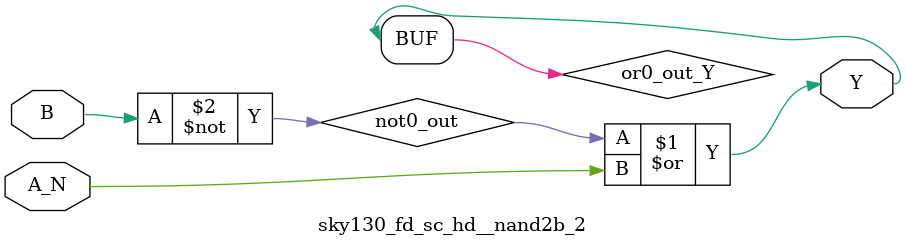
<source format=v>
/*
 * Copyright 2020 The SkyWater PDK Authors
 *
 * Licensed under the Apache License, Version 2.0 (the "License");
 * you may not use this file except in compliance with the License.
 * You may obtain a copy of the License at
 *
 *     https://www.apache.org/licenses/LICENSE-2.0
 *
 * Unless required by applicable law or agreed to in writing, software
 * distributed under the License is distributed on an "AS IS" BASIS,
 * WITHOUT WARRANTIES OR CONDITIONS OF ANY KIND, either express or implied.
 * See the License for the specific language governing permissions and
 * limitations under the License.
 *
 * SPDX-License-Identifier: Apache-2.0
*/


`ifndef SKY130_FD_SC_HD__NAND2B_2_FUNCTIONAL_V
`define SKY130_FD_SC_HD__NAND2B_2_FUNCTIONAL_V

/**
 * nand2b: 2-input NAND, first input inverted.
 *
 * Verilog simulation functional model.
 */

`timescale 1ns / 1ps
`default_nettype none

`celldefine
module sky130_fd_sc_hd__nand2b_2 (
    Y  ,
    A_N,
    B
);

    // Module ports
    output Y  ;
    input  A_N;
    input  B  ;

    // Local signals
    wire not0_out ;
    wire or0_out_Y;

    //  Name  Output     Other arguments
    not not0 (not0_out , B              );
    or  or0  (or0_out_Y, not0_out, A_N  );
    buf buf0 (Y        , or0_out_Y      );

endmodule
`endcelldefine

`default_nettype wire
`endif  // SKY130_FD_SC_HD__NAND2B_2_FUNCTIONAL_V

</source>
